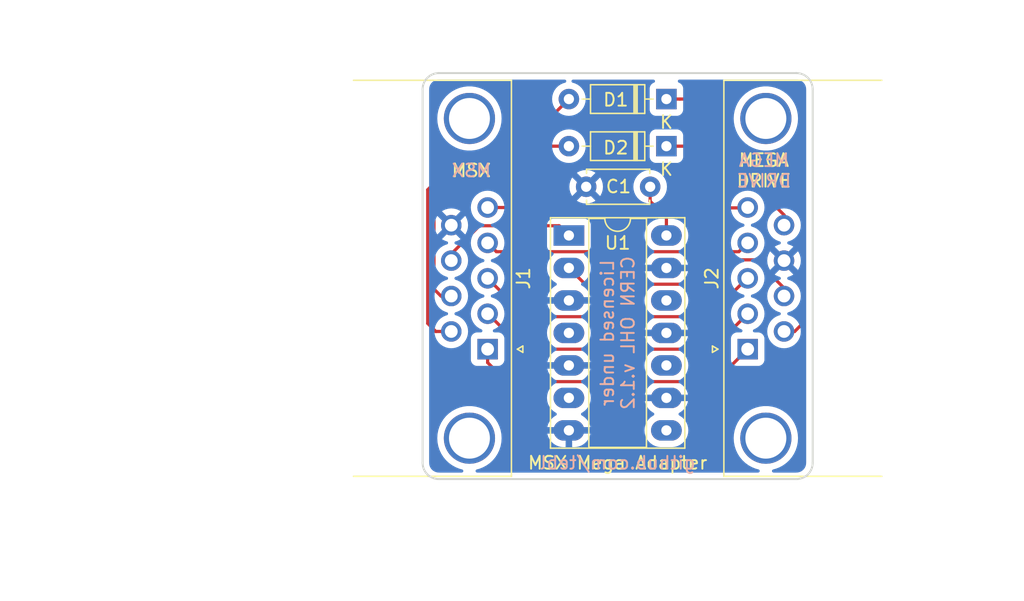
<source format=kicad_pcb>
(kicad_pcb (version 20211014) (generator pcbnew)
  (layers (0 "F.Cu" signal) (31 "B.Cu" signal) (34 "B.Paste" user) (35 "F.Paste" user) (36 "B.SilkS" user "B.Silkscreen") (37 "F.SilkS" user "F.Silkscreen") (38 "B.Mask" user) (39 "F.Mask" user) (44 "Edge.Cuts" user))
  (net 0 "")
  (net 1 "VCC")
  (net 2 "GND")
  (net 3 "DOWN")
  (net 4 "LEFT")
  (net 5 "RIGHT")
  (net 6 "UP")
  (net 8 "TRIGGER2")
  (net 9 "TRIGGER1")
  (net 11 "OUT")
  (net 15 "Net-(D1-Pad1)")
  (net 16 "Net-(D2-Pad1)")
  (net 17 "Net-(J2-Pad7)")
  (footprint "Connector_Dsub:DSUB-9_Female_Horizontal_P2.77x2.84mm_EdgePinOffset7.70mm_Housed_MountingHolesOffset9.12mm" (layer "F.Cu") (at 121.285 80.645 -90)
    (fp_text reference "J1" (at -5.54 -2.8 -90) (layer "F.SilkS"))
    (fp_text value "MSX")
    (fp_line (start 0.25 -2.754338) (end 0 -2.321325) (layer "F.SilkS") (width 0.12))
    (fp_line (start 9.945 -1.86) (end 9.945 10.48) (layer "F.SilkS") (width 0.12))
    (fp_line (start -0.25 -2.754338) (end 0.25 -2.754338) (layer "F.SilkS") (width 0.12))
    (fp_line (start -21.025 -1.86) (end 9.945 -1.86) (layer "F.SilkS") (width 0.12))
    (fp_line (start 0 -2.321325) (end -0.25 -2.754338) (layer "F.SilkS") (width 0.12))
    (fp_line (start -21.025 10.48) (end -21.025 -1.86) (layer "F.SilkS") (width 0.12))
    (pad "0" thru_hole circle (at 6.96 1.42 270) (size 4 4) (drill 3.2) (layers *.Cu *.Mask))
    (pad "0" thru_hole circle (at -18.04 1.42 270) (size 4 4) (drill 3.2) (layers *.Cu *.Mask))
    (pad "1" thru_hole rect (at 0 0 270) (size 1.6 1.6) (drill 1) (layers *.Cu *.Mask) (net 6 "UP"))
    (pad "2" thru_hole circle (at -2.77 0 270) (size 1.6 1.6) (drill 1) (layers *.Cu *.Mask) (net 3 "DOWN"))
    (pad "3" thru_hole circle (at -5.54 0 270) (size 1.6 1.6) (drill 1) (layers *.Cu *.Mask) (net 4 "LEFT"))
    (pad "4" thru_hole circle (at -8.31 0 270) (size 1.6 1.6) (drill 1) (layers *.Cu *.Mask) (net 5 "RIGHT"))
    (pad "5" thru_hole circle (at -11.08 0 270) (size 1.6 1.6) (drill 1) (layers *.Cu *.Mask) (net 1 "VCC"))
    (pad "6" thru_hole circle (at -1.385 2.84 270) (size 1.6 1.6) (drill 1) (layers *.Cu *.Mask) (net 9 "TRIGGER1"))
    (pad "7" thru_hole circle (at -4.155 2.84 270) (size 1.6 1.6) (drill 1) (layers *.Cu *.Mask) (net 8 "TRIGGER2"))
    (pad "8" thru_hole circle (at -6.925 2.84 270) (size 1.6 1.6) (drill 1) (layers *.Cu *.Mask) (net 11 "OUT"))
    (pad "9" thru_hole circle (at -9.695 2.84 270) (size 1.6 1.6) (drill 1) (layers *.Cu *.Mask) (net 2 "GND"))
  )
  (footprint "Connector_Dsub:DSUB-9_Male_Horizontal_P2.77x2.84mm_EdgePinOffset7.70mm_Housed_MountingHolesOffset9.12mm" (layer "F.Cu") (at 141.605 80.645 90)
    (fp_text reference "J2" (at 5.54 -2.8 90) (layer "F.SilkS"))
    (fp_text value "Mega Drive")
    (fp_line (start -0.25 -2.754338) (end 0.25 -2.754338) (layer "F.SilkS") (width 0.12))
    (fp_line (start 0 -2.321325) (end -0.25 -2.754338) (layer "F.SilkS") (width 0.12))
    (fp_line (start 21.025 -1.86) (end 21.025 10.48) (layer "F.SilkS") (width 0.12))
    (fp_line (start -9.945 10.48) (end -9.945 -1.86) (layer "F.SilkS") (width 0.12))
    (fp_line (start 0.25 -2.754338) (end 0 -2.321325) (layer "F.SilkS") (width 0.12))
    (fp_line (start -9.945 -1.86) (end 21.025 -1.86) (layer "F.SilkS") (width 0.12))
    (pad "0" thru_hole circle (at 18.04 1.42 90) (size 4 4) (drill 3.2) (layers *.Cu *.Mask))
    (pad "0" thru_hole circle (at -6.96 1.42 90) (size 4 4) (drill 3.2) (layers *.Cu *.Mask))
    (pad "1" thru_hole rect (at 0 0 90) (size 1.6 1.6) (drill 1) (layers *.Cu *.Mask) (net 6 "UP"))
    (pad "2" thru_hole circle (at 2.77 0 90) (size 1.6 1.6) (drill 1) (layers *.Cu *.Mask) (net 3 "DOWN"))
    (pad "3" thru_hole circle (at 5.54 0 90) (size 1.6 1.6) (drill 1) (layers *.Cu *.Mask) (net 4 "LEFT"))
    (pad "4" thru_hole circle (at 8.31 0 90) (size 1.6 1.6) (drill 1) (layers *.Cu *.Mask) (net 5 "RIGHT"))
    (pad "5" thru_hole circle (at 11.08 0 90) (size 1.6 1.6) (drill 1) (layers *.Cu *.Mask) (net 1 "VCC"))
    (pad "6" thru_hole circle (at 1.385 2.84 90) (size 1.6 1.6) (drill 1) (layers *.Cu *.Mask) (net 15 "Net-(D1-Pad1)"))
    (pad "7" thru_hole circle (at 4.155 2.84 90) (size 1.6 1.6) (drill 1) (layers *.Cu *.Mask) (net 17 "Net-(J2-Pad7)"))
    (pad "8" thru_hole circle (at 6.925 2.84 90) (size 1.6 1.6) (drill 1) (layers *.Cu *.Mask) (net 2 "GND"))
    (pad "9" thru_hole circle (at 9.695 2.84 90) (size 1.6 1.6) (drill 1) (layers *.Cu *.Mask) (net 16 "Net-(D2-Pad1)"))
  )
  (footprint "Capacitor_THT:C_Disc_D4.7mm_W2.5mm_P5.00mm" (layer "F.Cu") (at 133.985 67.945 180)
    (fp_text reference "C1" (at 2.477918 0.014374 180) (layer "F.SilkS"))
    (fp_text value "100nF")
    (fp_line (start 0.03 1.055) (end 0.03 1.37) (layer "F.SilkS") (width 0.12))
    (fp_line (start 4.97 1.055) (end 4.97 1.37) (layer "F.SilkS") (width 0.12))
    (fp_line (start 0.03 1.37) (end 4.97 1.37) (layer "F.SilkS") (width 0.12))
    (fp_line (start 0.03 -1.37) (end 0.03 -1.055) (layer "F.SilkS") (width 0.12))
    (fp_line (start 0.03 -1.37) (end 4.97 -1.37) (layer "F.SilkS") (width 0.12))
    (fp_line (start 4.97 -1.37) (end 4.97 -1.055) (layer "F.SilkS") (width 0.12))
    (pad "1" thru_hole circle (at 0 0 180) (size 1.6 1.6) (drill 0.8) (layers *.Cu *.Mask) (net 1 "VCC"))
    (pad "2" thru_hole circle (at 5 0 180) (size 1.6 1.6) (drill 0.8) (layers *.Cu *.Mask) (net 2 "GND"))
  )
  (footprint "Package_DIP:DIP-14_W7.62mm_Socket_LongPads" (layer "F.Cu") (at 127.635 71.755)
    (fp_text reference "U1" (at 3.81 0.587155) (layer "F.SilkS"))
    (fp_text value "74HCT04")
    (fp_line (start 6.06 16.57) (end 6.06 -1.33) (layer "F.SilkS") (width 0.12))
    (fp_line (start 9.06 16.63) (end 9.06 -1.39) (layer "F.SilkS") (width 0.12))
    (fp_line (start -1.44 -1.39) (end -1.44 16.63) (layer "F.SilkS") (width 0.12))
    (fp_line (start 6.06 -1.33) (end 4.81 -1.33) (layer "F.SilkS") (width 0.12))
    (fp_line (start 1.56 16.57) (end 6.06 16.57) (layer "F.SilkS") (width 0.12))
    (fp_line (start 9.06 -1.39) (end -1.44 -1.39) (layer "F.SilkS") (width 0.12))
    (fp_line (start -1.44 16.63) (end 9.06 16.63) (layer "F.SilkS") (width 0.12))
    (fp_line (start 2.81 -1.33) (end 1.56 -1.33) (layer "F.SilkS") (width 0.12))
    (fp_line (start 1.56 -1.33) (end 1.56 16.57) (layer "F.SilkS") (width 0.12))
    (fp_arc (start 4.81 -1.33) (mid 3.81 -0.33) (end 2.81 -1.33) (layer "F.SilkS") (width 0.12))
    (pad "1" thru_hole rect (at 0 0) (size 2.4 1.6) (drill 0.8) (layers *.Cu *.Mask) (net 11 "OUT"))
    (pad "2" thru_hole oval (at 0 2.54) (size 2.4 1.6) (drill 0.8) (layers *.Cu *.Mask) (net 17 "Net-(J2-Pad7)"))
    (pad "3" thru_hole oval (at 0 5.08) (size 2.4 1.6) (drill 0.8) (layers *.Cu *.Mask) (net 2 "GND"))
    (pad "4" thru_hole oval (at 0 7.62) (size 2.4 1.6) (drill 0.8) (layers *.Cu *.Mask))
    (pad "5" thru_hole oval (at 0 10.16) (size 2.4 1.6) (drill 0.8) (layers *.Cu *.Mask) (net 2 "GND"))
    (pad "6" thru_hole oval (at 0 12.7) (size 2.4 1.6) (drill 0.8) (layers *.Cu *.Mask))
    (pad "7" thru_hole oval (at 0 15.24) (size 2.4 1.6) (drill 0.8) (layers *.Cu *.Mask) (net 2 "GND"))
    (pad "8" thru_hole oval (at 7.62 15.24) (size 2.4 1.6) (drill 0.8) (layers *.Cu *.Mask))
    (pad "9" thru_hole oval (at 7.62 12.7) (size 2.4 1.6) (drill 0.8) (layers *.Cu *.Mask) (net 2 "GND"))
    (pad "10" thru_hole oval (at 7.62 10.16) (size 2.4 1.6) (drill 0.8) (layers *.Cu *.Mask))
    (pad "11" thru_hole oval (at 7.62 7.62) (size 2.4 1.6) (drill 0.8) (layers *.Cu *.Mask) (net 2 "GND"))
    (pad "12" thru_hole oval (at 7.62 5.08) (size 2.4 1.6) (drill 0.8) (layers *.Cu *.Mask))
    (pad "13" thru_hole oval (at 7.62 2.54) (size 2.4 1.6) (drill 0.8) (layers *.Cu *.Mask) (net 2 "GND"))
    (pad "14" thru_hole oval (at 7.62 0) (size 2.4 1.6) (drill 0.8) (layers *.Cu *.Mask) (net 1 "VCC"))
  )
  (footprint "Diode_THT:D_DO-35_SOD27_P7.62mm_Horizontal" (layer "F.Cu") (at 135.255 64.77 180)
    (fp_text reference "D2" (at 3.957457 -0.124098 180) (layer "F.SilkS"))
    (fp_text value "1n5711")
    (fp_text user "K" (at 0 -1.8 180) (layer "F.SilkS"))
    (fp_line (start 2.41 -1.12) (end 2.41 1.12) (layer "F.SilkS") (width 0.12))
    (fp_line (start 1.69 1.12) (end 5.93 1.12) (layer "F.SilkS") (width 0.12))
    (fp_line (start 5.93 -1.12) (end 1.69 -1.12) (layer "F.SilkS") (width 0.12))
    (fp_line (start 6.58 0) (end 5.93 0) (layer "F.SilkS") (width 0.12))
    (fp_line (start 1.69 -1.12) (end 1.69 1.12) (layer "F.SilkS") (width 0.12))
    (fp_line (start 5.93 1.12) (end 5.93 -1.12) (layer "F.SilkS") (width 0.12))
    (fp_line (start 2.53 -1.12) (end 2.53 1.12) (layer "F.SilkS") (width 0.12))
    (fp_line (start 1.04 0) (end 1.69 0) (layer "F.SilkS") (width 0.12))
    (fp_line (start 2.29 -1.12) (end 2.29 1.12) (layer "F.SilkS") (width 0.12))
    (pad "1" thru_hole rect (at 0 0 180) (size 1.6 1.6) (drill 0.8) (layers *.Cu *.Mask) (net 16 "Net-(D2-Pad1)"))
    (pad "2" thru_hole oval (at 7.62 0 180) (size 1.6 1.6) (drill 0.8) (layers *.Cu *.Mask) (net 8 "TRIGGER2"))
  )
  (footprint "Diode_THT:D_DO-35_SOD27_P7.62mm_Horizontal" (layer "F.Cu") (at 135.255 61.087 180)
    (fp_text reference "D1" (at 3.957457 -0.058667 180) (layer "F.SilkS"))
    (fp_text value "1n5711")
    (fp_text user "K" (at 0 -1.8 180) (layer "F.SilkS"))
    (fp_line (start 2.41 -1.12) (end 2.41 1.12) (layer "F.SilkS") (width 0.12))
    (fp_line (start 6.58 0) (end 5.93 0) (layer "F.SilkS") (width 0.12))
    (fp_line (start 5.93 1.12) (end 5.93 -1.12) (layer "F.SilkS") (width 0.12))
    (fp_line (start 5.93 -1.12) (end 1.69 -1.12) (layer "F.SilkS") (width 0.12))
    (fp_line (start 1.04 0) (end 1.69 0) (layer "F.SilkS") (width 0.12))
    (fp_line (start 2.53 -1.12) (end 2.53 1.12) (layer "F.SilkS") (width 0.12))
    (fp_line (start 2.29 -1.12) (end 2.29 1.12) (layer "F.SilkS") (width 0.12))
    (fp_line (start 1.69 -1.12) (end 1.69 1.12) (layer "F.SilkS") (width 0.12))
    (fp_line (start 1.69 1.12) (end 5.93 1.12) (layer "F.SilkS") (width 0.12))
    (pad "1" thru_hole rect (at 0 0 180) (size 1.6 1.6) (drill 0.8) (layers *.Cu *.Mask) (net 15 "Net-(D1-Pad1)"))
    (pad "2" thru_hole oval (at 7.62 0 180) (size 1.6 1.6) (drill 0.8) (layers *.Cu *.Mask) (net 9 "TRIGGER1"))
  )
  (gr_line (start 117.475 59.055) (end 145.415 59.055) (layer "Edge.Cuts") (width 0.15))
  (gr_arc (start 117.475 90.805) (mid 116.576974 90.433026) (end 116.205 89.535) (layer "Edge.Cuts") (width 0.15))
  (gr_line (start 116.205 89.535) (end 116.205 60.325) (layer "Edge.Cuts") (width 0.15))
  (gr_line (start 145.415 90.805) (end 117.475 90.805) (layer "Edge.Cuts") (width 0.15))
  (gr_line (start 146.685 60.325) (end 146.685 89.535) (layer "Edge.Cuts") (width 0.15))
  (gr_arc (start 146.685 89.535) (mid 146.313026 90.433026) (end 145.415 90.805) (layer "Edge.Cuts") (width 0.15))
  (gr_arc (start 116.205 60.325) (mid 116.576974 59.426974) (end 117.475 59.055) (layer "Edge.Cuts") (width 0.15))
  (gr_arc (start 145.415 59.055) (mid 146.313026 59.426974) (end 146.685 60.325) (layer "Edge.Cuts") (width 0.15))
  (gr_text "Licensed under\nCERN OHL v.1.2" (at 131.445 79.375 90) (layer "B.SilkS") (effects (font (size 1 1)) (justify mirror)))
  (gr_text "github.com/tebl" (at 131.445 89.535) (layer "B.SilkS") (effects (font (size 1 1)) (justify mirror)))
  (gr_text "MSX" (at 120.015 66.675) (layer "B.SilkS") (effects (font (size 1 1)) (justify mirror)))
  (gr_text "MEGA\nDRIVE" (at 142.875 66.675) (layer "B.SilkS") (effects (font (size 1 1)) (justify mirror)))
  (gr_text "MSX Mega Adapter" (at 131.445 89.535) (layer "F.SilkS") (effects (font (size 1 1))))
  (gr_text "MSX" (at 120.015 66.675) (layer "F.SilkS") (effects (font (size 1 1))))
  (gr_text "MEGA\nDRIVE" (at 142.875 66.675) (layer "F.SilkS") (effects (font (size 1 1))))
  (segment (start 133.985 67.945) (end 133.985 69.07637) (width 0.25) (layer "F.Cu") (net 1))
  (segment (start 134.62 69.596) (end 134.747 69.596) (width 0.25) (layer "F.Cu") (net 1))
  (segment (start 135.255 70.104) (end 135.255 71.755) (width 0.25) (layer "F.Cu") (net 1))
  (segment (start 134.50463 69.596) (end 134.62 69.596) (width 0.25) (layer "F.Cu") (net 1))
  (segment (start 141.574 69.596) (end 134.747 69.596) (width 0.25) (layer "F.Cu") (net 1))
  (segment (start 141.605 69.565) (end 141.574 69.596) (width 0.25) (layer "F.Cu") (net 1))
  (segment (start 121.285 69.565) (end 134.62 69.596) (width 0.25) (layer "F.Cu") (net 1))
  (segment (start 134.747 69.596) (end 135.255 70.104) (width 0.25) (layer "F.Cu") (net 1))
  (segment (start 133.985 69.07637) (end 134.50463 69.596) (width 0.25) (layer "F.Cu") (net 1))
  (segment (start 121.285 77.875) (end 121.309 77.875) (width 0.25) (layer "F.Cu") (net 3))
  (segment (start 138.835 80.645) (end 141.605 77.875) (width 0.25) (layer "F.Cu") (net 3))
  (segment (start 124.079 80.645) (end 138.835 80.645) (width 0.25) (layer "F.Cu") (net 3))
  (segment (start 121.309 77.875) (end 124.079 80.645) (width 0.25) (layer "F.Cu") (net 3))
  (segment (start 124.285 78.105) (end 138.557 78.105) (width 0.25) (layer "F.Cu") (net 4))
  (segment (start 121.285 75.105) (end 124.285 78.105) (width 0.25) (layer "F.Cu") (net 4))
  (segment (start 141.557 75.105) (end 141.605 75.105) (width 0.25) (layer "F.Cu") (net 4))
  (segment (start 138.557 78.105) (end 141.557 75.105) (width 0.25) (layer "F.Cu") (net 4))
  (segment (start 121.285 72.335) (end 121.975 73.025) (width 0.25) (layer "F.Cu") (net 5))
  (segment (start 140.915 73.025) (end 141.605 72.335) (width 0.25) (layer "F.Cu") (net 5))
  (segment (start 121.975 73.025) (end 140.915 73.025) (width 0.25) (layer "F.Cu") (net 5))
  (segment (start 121.285 81.695) (end 122.775 83.185) (width 0.25) (layer "F.Cu") (net 6))
  (segment (start 122.775 83.185) (end 139.065 83.185) (width 0.25) (layer "F.Cu") (net 6))
  (segment (start 139.065 83.185) (end 141.605 80.645) (width 0.25) (layer "F.Cu") (net 6))
  (segment (start 121.285 80.645) (end 121.285 81.695) (width 0.25) (layer "F.Cu") (net 6))
  (segment (start 117.094 68.58) (end 117.729 67.945) (width 0.25) (layer "F.Cu") (net 8))
  (segment (start 125.73 64.77) (end 122.555 67.945) (width 0.25) (layer "F.Cu") (net 8))
  (segment (start 117.638 76.49) (end 117.094 75.946) (width 0.25) (layer "F.Cu") (net 8))
  (segment (start 127.635 64.77) (end 125.73 64.77) (width 0.25) (layer "F.Cu") (net 8))
  (segment (start 117.094 75.946) (end 117.094 68.58) (width 0.25) (layer "F.Cu") (net 8))
  (segment (start 117.729 67.945) (end 122.555 67.945) (width 0.25) (layer "F.Cu") (net 8))
  (segment (start 118.445 76.49) (end 117.638 76.49) (width 0.25) (layer "F.Cu") (net 8))
  (segment (start 117.233 79.26) (end 118.445 79.26) (width 0.25) (layer "F.Cu") (net 9))
  (segment (start 117.602 67.183) (end 116.60501 68.17999) (width 0.25) (layer "F.Cu") (net 9))
  (segment (start 127.635 61.087) (end 121.539 67.183) (width 0.25) (layer "F.Cu") (net 9))
  (segment (start 121.539 67.183) (end 117.602 67.183) (width 0.25) (layer "F.Cu") (net 9))
  (segment (start 116.60501 78.63201) (end 117.233 79.26) (width 0.25) (layer "F.Cu") (net 9))
  (segment (start 116.60501 68.17999) (end 116.60501 78.63201) (width 0.25) (layer "F.Cu") (net 9))
  (segment (start 118.445 73.198) (end 120.65 70.993) (width 0.25) (layer "F.Cu") (net 11))
  (segment (start 120.65 70.993) (end 126.873 70.993) (width 0.25) (layer "F.Cu") (net 11))
  (segment (start 118.445 73.72) (end 118.445 73.198) (width 0.25) (layer "F.Cu") (net 11))
  (segment (start 126.873 70.993) (end 127.635 71.755) (width 0.25) (layer "F.Cu") (net 11))
  (segment (start 136.305 61.087) (end 135.255 61.087) (width 0.25) (layer "F.Cu") (net 15))
  (segment (start 136.906 61.087) (end 136.305 61.087) (width 0.25) (layer "F.Cu") (net 15))
  (segment (start 144.445 79.26) (end 145.276 79.26) (width 0.25) (layer "F.Cu") (net 15))
  (segment (start 145.923 78.613) (end 145.923 70.104) (width 0.25) (layer "F.Cu") (net 15))
  (segment (start 145.276 79.26) (end 145.923 78.613) (width 0.25) (layer "F.Cu") (net 15))
  (segment (start 145.923 70.104) (end 136.906 61.087) (width 0.25) (layer "F.Cu") (net 15))
  (segment (start 144.445 70.15) (end 144.445 70.95) (width 0.25) (layer "F.Cu") (net 16))
  (segment (start 135.255 64.77) (end 139.065 64.77) (width 0.25) (layer "F.Cu") (net 16))
  (segment (start 139.065 64.77) (end 144.445 70.15) (width 0.25) (layer "F.Cu") (net 16))
  (segment (start 128.905 75.565) (end 139.065 75.565) (width 0.25) (layer "F.Cu") (net 17))
  (segment (start 127.635 74.295) (end 128.905 75.565) (width 0.25) (layer "F.Cu") (net 17))
  (segment (start 139.065 75.565) (end 140.97 73.66) (width 0.25) (layer "F.Cu") (net 17))
  (segment (start 140.97 73.66) (end 142.24 73.66) (width 0.25) (layer "F.Cu") (net 17))
  (segment (start 144.445 75.865) (end 144.445 76.49) (width 0.25) (layer "F.Cu") (net 17))
  (segment (start 142.24 73.66) (end 144.445 75.865) (width 0.25) (layer "F.Cu") (net 17))
  (zone (net 2) (net_name "GND") (layer "B.Cu") (connect_pads (clearance 0.508)) (min_thickness 0.254) (fill yes (thermal_gap 0.508) (thermal_bridge_width 0.508))
    (polygon (pts (xy 83.185 53.34) (xy 163.195 53.34) (xy 163.195 100.33) (xy 83.185 100.33)))
  )
)
</source>
